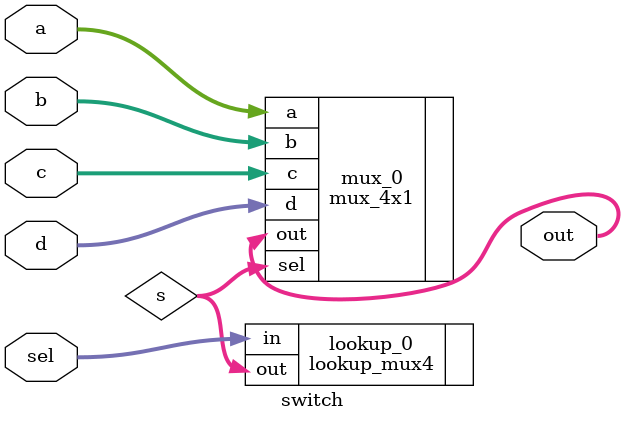
<source format=sv>
`timescale 1ns / 1ps


module switch
	#(
		parameter DATA_WIDTH = 16
	)
	(
		input [DATA_WIDTH-1:0] a,
		input [DATA_WIDTH-1:0] b,
		input [DATA_WIDTH-1:0] c,
		input [DATA_WIDTH-1:0] d,
		input [3:0] sel,

		output logic [DATA_WIDTH-1:0] out
	);
	
		logic [1:0] s;
		
		lookup_mux4 lookup_0 ( .in(sel), .out(s) );
		mux_4x1 mux_0 ( .sel(s), .a(a), .b(b), .c(c), .d(d), .out(out) );
	
endmodule

</source>
